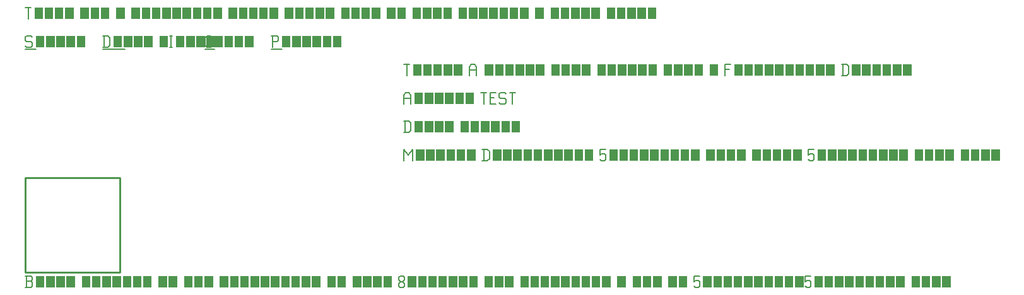
<source format=gbr>
G04 start of page 4 for group -1 layer_idx 268435461 *
G04 Title: A single zero length line, <virtual group> *
G04 Creator: <version>
G04 CreationDate: <date>
G04 For: TEST *
G04 Format: Gerber/RS-274X *
G04 PCB-Dimensions: 50000 50000 *
G04 PCB-Coordinate-Origin: lower left *
%MOIN*%
%FSLAX25Y25*%
%LNLOGICAL_VIRTUAL_FAB_NONE*%
%ADD15C,0.0100*%
%ADD14C,0.0001*%
%ADD13C,0.0060*%
G54D13*X3000Y125000D02*X3750Y124250D01*
X750Y125000D02*X3000D01*
X0Y124250D02*X750Y125000D01*
X0Y124250D02*Y122750D01*
X750Y122000D01*
X3000D01*
X3750Y121250D01*
Y119750D01*
X3000Y119000D02*X3750Y119750D01*
X750Y119000D02*X3000D01*
X0Y119750D02*X750Y119000D01*
G54D14*G36*
X5550Y125000D02*X10050D01*
Y119000D01*
X5550D01*
Y125000D01*
G37*
G36*
X10950D02*X15450D01*
Y119000D01*
X10950D01*
Y125000D01*
G37*
G36*
X16350D02*X20850D01*
Y119000D01*
X16350D01*
Y125000D01*
G37*
G36*
X21750D02*X26250D01*
Y119000D01*
X21750D01*
Y125000D01*
G37*
G36*
X27150D02*X31650D01*
Y119000D01*
X27150D01*
Y125000D01*
G37*
G54D13*X0Y118000D02*X5550D01*
X41750Y125000D02*Y119000D01*
X43700Y125000D02*X44750Y123950D01*
Y120050D01*
X43700Y119000D02*X44750Y120050D01*
X41000Y119000D02*X43700D01*
X41000Y125000D02*X43700D01*
G54D14*G36*
X46550D02*X51050D01*
Y119000D01*
X46550D01*
Y125000D01*
G37*
G36*
X51950D02*X56450D01*
Y119000D01*
X51950D01*
Y125000D01*
G37*
G36*
X57350D02*X61850D01*
Y119000D01*
X57350D01*
Y125000D01*
G37*
G36*
X62750D02*X67250D01*
Y119000D01*
X62750D01*
Y125000D01*
G37*
G36*
X70850D02*X75350D01*
Y119000D01*
X70850D01*
Y125000D01*
G37*
G54D13*X76250D02*X77750D01*
X77000D02*Y119000D01*
X76250D02*X77750D01*
G54D14*G36*
X79550Y125000D02*X84050D01*
Y119000D01*
X79550D01*
Y125000D01*
G37*
G36*
X84950D02*X89450D01*
Y119000D01*
X84950D01*
Y125000D01*
G37*
G36*
X90350D02*X94850D01*
Y119000D01*
X90350D01*
Y125000D01*
G37*
G36*
X95750D02*X100250D01*
Y119000D01*
X95750D01*
Y125000D01*
G37*
G54D13*X41000Y118000D02*X52550D01*
X96050Y119000D02*X98000D01*
X95000Y120050D02*X96050Y119000D01*
X95000Y123950D02*Y120050D01*
Y123950D02*X96050Y125000D01*
X98000D01*
G54D14*G36*
X99800D02*X104300D01*
Y119000D01*
X99800D01*
Y125000D01*
G37*
G36*
X105200D02*X109700D01*
Y119000D01*
X105200D01*
Y125000D01*
G37*
G36*
X110600D02*X115100D01*
Y119000D01*
X110600D01*
Y125000D01*
G37*
G36*
X116000D02*X120500D01*
Y119000D01*
X116000D01*
Y125000D01*
G37*
G54D13*X95000Y118000D02*X99800D01*
X130750Y125000D02*Y119000D01*
X130000Y125000D02*X133000D01*
X133750Y124250D01*
Y122750D01*
X133000Y122000D02*X133750Y122750D01*
X130750Y122000D02*X133000D01*
G54D14*G36*
X135550Y125000D02*X140050D01*
Y119000D01*
X135550D01*
Y125000D01*
G37*
G36*
X140950D02*X145450D01*
Y119000D01*
X140950D01*
Y125000D01*
G37*
G36*
X146350D02*X150850D01*
Y119000D01*
X146350D01*
Y125000D01*
G37*
G36*
X151750D02*X156250D01*
Y119000D01*
X151750D01*
Y125000D01*
G37*
G36*
X157150D02*X161650D01*
Y119000D01*
X157150D01*
Y125000D01*
G37*
G36*
X162550D02*X167050D01*
Y119000D01*
X162550D01*
Y125000D01*
G37*
G54D13*X130000Y118000D02*X135550D01*
X0Y140000D02*X3000D01*
X1500D02*Y134000D01*
G54D14*G36*
X4800Y140000D02*X9300D01*
Y134000D01*
X4800D01*
Y140000D01*
G37*
G36*
X10200D02*X14700D01*
Y134000D01*
X10200D01*
Y140000D01*
G37*
G36*
X15600D02*X20100D01*
Y134000D01*
X15600D01*
Y140000D01*
G37*
G36*
X21000D02*X25500D01*
Y134000D01*
X21000D01*
Y140000D01*
G37*
G36*
X29100D02*X33600D01*
Y134000D01*
X29100D01*
Y140000D01*
G37*
G36*
X34500D02*X39000D01*
Y134000D01*
X34500D01*
Y140000D01*
G37*
G36*
X39900D02*X44400D01*
Y134000D01*
X39900D01*
Y140000D01*
G37*
G36*
X48000D02*X52500D01*
Y134000D01*
X48000D01*
Y140000D01*
G37*
G36*
X56100D02*X60600D01*
Y134000D01*
X56100D01*
Y140000D01*
G37*
G36*
X61500D02*X66000D01*
Y134000D01*
X61500D01*
Y140000D01*
G37*
G36*
X66900D02*X71400D01*
Y134000D01*
X66900D01*
Y140000D01*
G37*
G36*
X72300D02*X76800D01*
Y134000D01*
X72300D01*
Y140000D01*
G37*
G36*
X77700D02*X82200D01*
Y134000D01*
X77700D01*
Y140000D01*
G37*
G36*
X83100D02*X87600D01*
Y134000D01*
X83100D01*
Y140000D01*
G37*
G36*
X88500D02*X93000D01*
Y134000D01*
X88500D01*
Y140000D01*
G37*
G36*
X93900D02*X98400D01*
Y134000D01*
X93900D01*
Y140000D01*
G37*
G36*
X99300D02*X103800D01*
Y134000D01*
X99300D01*
Y140000D01*
G37*
G36*
X107400D02*X111900D01*
Y134000D01*
X107400D01*
Y140000D01*
G37*
G36*
X112800D02*X117300D01*
Y134000D01*
X112800D01*
Y140000D01*
G37*
G36*
X118200D02*X122700D01*
Y134000D01*
X118200D01*
Y140000D01*
G37*
G36*
X123600D02*X128100D01*
Y134000D01*
X123600D01*
Y140000D01*
G37*
G36*
X129000D02*X133500D01*
Y134000D01*
X129000D01*
Y140000D01*
G37*
G36*
X137100D02*X141600D01*
Y134000D01*
X137100D01*
Y140000D01*
G37*
G36*
X142500D02*X147000D01*
Y134000D01*
X142500D01*
Y140000D01*
G37*
G36*
X147900D02*X152400D01*
Y134000D01*
X147900D01*
Y140000D01*
G37*
G36*
X153300D02*X157800D01*
Y134000D01*
X153300D01*
Y140000D01*
G37*
G36*
X158700D02*X163200D01*
Y134000D01*
X158700D01*
Y140000D01*
G37*
G36*
X166800D02*X171300D01*
Y134000D01*
X166800D01*
Y140000D01*
G37*
G36*
X172200D02*X176700D01*
Y134000D01*
X172200D01*
Y140000D01*
G37*
G36*
X177600D02*X182100D01*
Y134000D01*
X177600D01*
Y140000D01*
G37*
G36*
X183000D02*X187500D01*
Y134000D01*
X183000D01*
Y140000D01*
G37*
G36*
X191100D02*X195600D01*
Y134000D01*
X191100D01*
Y140000D01*
G37*
G36*
X196500D02*X201000D01*
Y134000D01*
X196500D01*
Y140000D01*
G37*
G36*
X204600D02*X209100D01*
Y134000D01*
X204600D01*
Y140000D01*
G37*
G36*
X210000D02*X214500D01*
Y134000D01*
X210000D01*
Y140000D01*
G37*
G36*
X215400D02*X219900D01*
Y134000D01*
X215400D01*
Y140000D01*
G37*
G36*
X220800D02*X225300D01*
Y134000D01*
X220800D01*
Y140000D01*
G37*
G36*
X228900D02*X233400D01*
Y134000D01*
X228900D01*
Y140000D01*
G37*
G36*
X234300D02*X238800D01*
Y134000D01*
X234300D01*
Y140000D01*
G37*
G36*
X239700D02*X244200D01*
Y134000D01*
X239700D01*
Y140000D01*
G37*
G36*
X245100D02*X249600D01*
Y134000D01*
X245100D01*
Y140000D01*
G37*
G36*
X250500D02*X255000D01*
Y134000D01*
X250500D01*
Y140000D01*
G37*
G36*
X255900D02*X260400D01*
Y134000D01*
X255900D01*
Y140000D01*
G37*
G36*
X261300D02*X265800D01*
Y134000D01*
X261300D01*
Y140000D01*
G37*
G36*
X269400D02*X273900D01*
Y134000D01*
X269400D01*
Y140000D01*
G37*
G36*
X277500D02*X282000D01*
Y134000D01*
X277500D01*
Y140000D01*
G37*
G36*
X282900D02*X287400D01*
Y134000D01*
X282900D01*
Y140000D01*
G37*
G36*
X288300D02*X292800D01*
Y134000D01*
X288300D01*
Y140000D01*
G37*
G36*
X293700D02*X298200D01*
Y134000D01*
X293700D01*
Y140000D01*
G37*
G36*
X299100D02*X303600D01*
Y134000D01*
X299100D01*
Y140000D01*
G37*
G36*
X307200D02*X311700D01*
Y134000D01*
X307200D01*
Y140000D01*
G37*
G36*
X312600D02*X317100D01*
Y134000D01*
X312600D01*
Y140000D01*
G37*
G36*
X318000D02*X322500D01*
Y134000D01*
X318000D01*
Y140000D01*
G37*
G36*
X323400D02*X327900D01*
Y134000D01*
X323400D01*
Y140000D01*
G37*
G36*
X328800D02*X333300D01*
Y134000D01*
X328800D01*
Y140000D01*
G37*
G54D15*X0Y50000D02*X50000D01*
X0D02*Y0D01*
X50000Y50000D02*Y0D01*
X0D02*X50000D01*
G54D13*X200000Y65000D02*Y59000D01*
Y65000D02*X202250Y62000D01*
X204500Y65000D01*
Y59000D01*
G54D14*G36*
X206300Y65000D02*X210800D01*
Y59000D01*
X206300D01*
Y65000D01*
G37*
G36*
X211700D02*X216200D01*
Y59000D01*
X211700D01*
Y65000D01*
G37*
G36*
X217100D02*X221600D01*
Y59000D01*
X217100D01*
Y65000D01*
G37*
G36*
X222500D02*X227000D01*
Y59000D01*
X222500D01*
Y65000D01*
G37*
G36*
X227900D02*X232400D01*
Y59000D01*
X227900D01*
Y65000D01*
G37*
G36*
X233300D02*X237800D01*
Y59000D01*
X233300D01*
Y65000D01*
G37*
G54D13*X242150D02*Y59000D01*
X244100Y65000D02*X245150Y63950D01*
Y60050D01*
X244100Y59000D02*X245150Y60050D01*
X241400Y59000D02*X244100D01*
X241400Y65000D02*X244100D01*
G54D14*G36*
X246950D02*X251450D01*
Y59000D01*
X246950D01*
Y65000D01*
G37*
G36*
X252350D02*X256850D01*
Y59000D01*
X252350D01*
Y65000D01*
G37*
G36*
X257750D02*X262250D01*
Y59000D01*
X257750D01*
Y65000D01*
G37*
G36*
X263150D02*X267650D01*
Y59000D01*
X263150D01*
Y65000D01*
G37*
G36*
X268550D02*X273050D01*
Y59000D01*
X268550D01*
Y65000D01*
G37*
G36*
X273950D02*X278450D01*
Y59000D01*
X273950D01*
Y65000D01*
G37*
G36*
X279350D02*X283850D01*
Y59000D01*
X279350D01*
Y65000D01*
G37*
G36*
X284750D02*X289250D01*
Y59000D01*
X284750D01*
Y65000D01*
G37*
G36*
X290150D02*X294650D01*
Y59000D01*
X290150D01*
Y65000D01*
G37*
G36*
X295550D02*X300050D01*
Y59000D01*
X295550D01*
Y65000D01*
G37*
G54D13*X303650D02*X306650D01*
X303650D02*Y62000D01*
X304400Y62750D01*
X305900D01*
X306650Y62000D01*
Y59750D01*
X305900Y59000D02*X306650Y59750D01*
X304400Y59000D02*X305900D01*
X303650Y59750D02*X304400Y59000D01*
G54D14*G36*
X308450Y65000D02*X312950D01*
Y59000D01*
X308450D01*
Y65000D01*
G37*
G36*
X313850D02*X318350D01*
Y59000D01*
X313850D01*
Y65000D01*
G37*
G36*
X319250D02*X323750D01*
Y59000D01*
X319250D01*
Y65000D01*
G37*
G36*
X324650D02*X329150D01*
Y59000D01*
X324650D01*
Y65000D01*
G37*
G36*
X330050D02*X334550D01*
Y59000D01*
X330050D01*
Y65000D01*
G37*
G36*
X335450D02*X339950D01*
Y59000D01*
X335450D01*
Y65000D01*
G37*
G36*
X340850D02*X345350D01*
Y59000D01*
X340850D01*
Y65000D01*
G37*
G36*
X346250D02*X350750D01*
Y59000D01*
X346250D01*
Y65000D01*
G37*
G36*
X351650D02*X356150D01*
Y59000D01*
X351650D01*
Y65000D01*
G37*
G36*
X359750D02*X364250D01*
Y59000D01*
X359750D01*
Y65000D01*
G37*
G36*
X365150D02*X369650D01*
Y59000D01*
X365150D01*
Y65000D01*
G37*
G36*
X370550D02*X375050D01*
Y59000D01*
X370550D01*
Y65000D01*
G37*
G36*
X375950D02*X380450D01*
Y59000D01*
X375950D01*
Y65000D01*
G37*
G36*
X384050D02*X388550D01*
Y59000D01*
X384050D01*
Y65000D01*
G37*
G36*
X389450D02*X393950D01*
Y59000D01*
X389450D01*
Y65000D01*
G37*
G36*
X394850D02*X399350D01*
Y59000D01*
X394850D01*
Y65000D01*
G37*
G36*
X400250D02*X404750D01*
Y59000D01*
X400250D01*
Y65000D01*
G37*
G36*
X405650D02*X410150D01*
Y59000D01*
X405650D01*
Y65000D01*
G37*
G54D13*X413750D02*X416750D01*
X413750D02*Y62000D01*
X414500Y62750D01*
X416000D01*
X416750Y62000D01*
Y59750D01*
X416000Y59000D02*X416750Y59750D01*
X414500Y59000D02*X416000D01*
X413750Y59750D02*X414500Y59000D01*
G54D14*G36*
X418550Y65000D02*X423050D01*
Y59000D01*
X418550D01*
Y65000D01*
G37*
G36*
X423950D02*X428450D01*
Y59000D01*
X423950D01*
Y65000D01*
G37*
G36*
X429350D02*X433850D01*
Y59000D01*
X429350D01*
Y65000D01*
G37*
G36*
X434750D02*X439250D01*
Y59000D01*
X434750D01*
Y65000D01*
G37*
G36*
X440150D02*X444650D01*
Y59000D01*
X440150D01*
Y65000D01*
G37*
G36*
X445550D02*X450050D01*
Y59000D01*
X445550D01*
Y65000D01*
G37*
G36*
X450950D02*X455450D01*
Y59000D01*
X450950D01*
Y65000D01*
G37*
G36*
X456350D02*X460850D01*
Y59000D01*
X456350D01*
Y65000D01*
G37*
G36*
X461750D02*X466250D01*
Y59000D01*
X461750D01*
Y65000D01*
G37*
G36*
X469850D02*X474350D01*
Y59000D01*
X469850D01*
Y65000D01*
G37*
G36*
X475250D02*X479750D01*
Y59000D01*
X475250D01*
Y65000D01*
G37*
G36*
X480650D02*X485150D01*
Y59000D01*
X480650D01*
Y65000D01*
G37*
G36*
X486050D02*X490550D01*
Y59000D01*
X486050D01*
Y65000D01*
G37*
G36*
X494150D02*X498650D01*
Y59000D01*
X494150D01*
Y65000D01*
G37*
G36*
X499550D02*X504050D01*
Y59000D01*
X499550D01*
Y65000D01*
G37*
G36*
X504950D02*X509450D01*
Y59000D01*
X504950D01*
Y65000D01*
G37*
G36*
X510350D02*X514850D01*
Y59000D01*
X510350D01*
Y65000D01*
G37*
G54D13*X0Y-8000D02*X3000D01*
X3750Y-7250D01*
Y-5450D02*Y-7250D01*
X3000Y-4700D02*X3750Y-5450D01*
X750Y-4700D02*X3000D01*
X750Y-2000D02*Y-8000D01*
X0Y-2000D02*X3000D01*
X3750Y-2750D01*
Y-3950D01*
X3000Y-4700D02*X3750Y-3950D01*
G54D14*G36*
X5550Y-2000D02*X10050D01*
Y-8000D01*
X5550D01*
Y-2000D01*
G37*
G36*
X10950D02*X15450D01*
Y-8000D01*
X10950D01*
Y-2000D01*
G37*
G36*
X16350D02*X20850D01*
Y-8000D01*
X16350D01*
Y-2000D01*
G37*
G36*
X21750D02*X26250D01*
Y-8000D01*
X21750D01*
Y-2000D01*
G37*
G36*
X29850D02*X34350D01*
Y-8000D01*
X29850D01*
Y-2000D01*
G37*
G36*
X35250D02*X39750D01*
Y-8000D01*
X35250D01*
Y-2000D01*
G37*
G36*
X40650D02*X45150D01*
Y-8000D01*
X40650D01*
Y-2000D01*
G37*
G36*
X46050D02*X50550D01*
Y-8000D01*
X46050D01*
Y-2000D01*
G37*
G36*
X51450D02*X55950D01*
Y-8000D01*
X51450D01*
Y-2000D01*
G37*
G36*
X56850D02*X61350D01*
Y-8000D01*
X56850D01*
Y-2000D01*
G37*
G36*
X62250D02*X66750D01*
Y-8000D01*
X62250D01*
Y-2000D01*
G37*
G36*
X70350D02*X74850D01*
Y-8000D01*
X70350D01*
Y-2000D01*
G37*
G36*
X75750D02*X80250D01*
Y-8000D01*
X75750D01*
Y-2000D01*
G37*
G36*
X83850D02*X88350D01*
Y-8000D01*
X83850D01*
Y-2000D01*
G37*
G36*
X89250D02*X93750D01*
Y-8000D01*
X89250D01*
Y-2000D01*
G37*
G36*
X94650D02*X99150D01*
Y-8000D01*
X94650D01*
Y-2000D01*
G37*
G36*
X102750D02*X107250D01*
Y-8000D01*
X102750D01*
Y-2000D01*
G37*
G36*
X108150D02*X112650D01*
Y-8000D01*
X108150D01*
Y-2000D01*
G37*
G36*
X113550D02*X118050D01*
Y-8000D01*
X113550D01*
Y-2000D01*
G37*
G36*
X118950D02*X123450D01*
Y-8000D01*
X118950D01*
Y-2000D01*
G37*
G36*
X124350D02*X128850D01*
Y-8000D01*
X124350D01*
Y-2000D01*
G37*
G36*
X129750D02*X134250D01*
Y-8000D01*
X129750D01*
Y-2000D01*
G37*
G36*
X135150D02*X139650D01*
Y-8000D01*
X135150D01*
Y-2000D01*
G37*
G36*
X140550D02*X145050D01*
Y-8000D01*
X140550D01*
Y-2000D01*
G37*
G36*
X145950D02*X150450D01*
Y-8000D01*
X145950D01*
Y-2000D01*
G37*
G36*
X151350D02*X155850D01*
Y-8000D01*
X151350D01*
Y-2000D01*
G37*
G36*
X159450D02*X163950D01*
Y-8000D01*
X159450D01*
Y-2000D01*
G37*
G36*
X164850D02*X169350D01*
Y-8000D01*
X164850D01*
Y-2000D01*
G37*
G36*
X172950D02*X177450D01*
Y-8000D01*
X172950D01*
Y-2000D01*
G37*
G36*
X178350D02*X182850D01*
Y-8000D01*
X178350D01*
Y-2000D01*
G37*
G36*
X183750D02*X188250D01*
Y-8000D01*
X183750D01*
Y-2000D01*
G37*
G36*
X189150D02*X193650D01*
Y-8000D01*
X189150D01*
Y-2000D01*
G37*
G54D13*X197250Y-7250D02*X198000Y-8000D01*
X197250Y-6050D02*Y-7250D01*
Y-6050D02*X198300Y-5000D01*
X199200D01*
X200250Y-6050D01*
Y-7250D01*
X199500Y-8000D02*X200250Y-7250D01*
X198000Y-8000D02*X199500D01*
X197250Y-3950D02*X198300Y-5000D01*
X197250Y-2750D02*Y-3950D01*
Y-2750D02*X198000Y-2000D01*
X199500D01*
X200250Y-2750D01*
Y-3950D01*
X199200Y-5000D02*X200250Y-3950D01*
G54D14*G36*
X202050Y-2000D02*X206550D01*
Y-8000D01*
X202050D01*
Y-2000D01*
G37*
G36*
X207450D02*X211950D01*
Y-8000D01*
X207450D01*
Y-2000D01*
G37*
G36*
X212850D02*X217350D01*
Y-8000D01*
X212850D01*
Y-2000D01*
G37*
G36*
X218250D02*X222750D01*
Y-8000D01*
X218250D01*
Y-2000D01*
G37*
G36*
X223650D02*X228150D01*
Y-8000D01*
X223650D01*
Y-2000D01*
G37*
G36*
X229050D02*X233550D01*
Y-8000D01*
X229050D01*
Y-2000D01*
G37*
G36*
X234450D02*X238950D01*
Y-8000D01*
X234450D01*
Y-2000D01*
G37*
G36*
X242550D02*X247050D01*
Y-8000D01*
X242550D01*
Y-2000D01*
G37*
G36*
X247950D02*X252450D01*
Y-8000D01*
X247950D01*
Y-2000D01*
G37*
G36*
X253350D02*X257850D01*
Y-8000D01*
X253350D01*
Y-2000D01*
G37*
G36*
X261450D02*X265950D01*
Y-8000D01*
X261450D01*
Y-2000D01*
G37*
G36*
X266850D02*X271350D01*
Y-8000D01*
X266850D01*
Y-2000D01*
G37*
G36*
X272250D02*X276750D01*
Y-8000D01*
X272250D01*
Y-2000D01*
G37*
G36*
X277650D02*X282150D01*
Y-8000D01*
X277650D01*
Y-2000D01*
G37*
G36*
X283050D02*X287550D01*
Y-8000D01*
X283050D01*
Y-2000D01*
G37*
G36*
X288450D02*X292950D01*
Y-8000D01*
X288450D01*
Y-2000D01*
G37*
G36*
X293850D02*X298350D01*
Y-8000D01*
X293850D01*
Y-2000D01*
G37*
G36*
X299250D02*X303750D01*
Y-8000D01*
X299250D01*
Y-2000D01*
G37*
G36*
X304650D02*X309150D01*
Y-8000D01*
X304650D01*
Y-2000D01*
G37*
G36*
X312750D02*X317250D01*
Y-8000D01*
X312750D01*
Y-2000D01*
G37*
G36*
X320850D02*X325350D01*
Y-8000D01*
X320850D01*
Y-2000D01*
G37*
G36*
X326250D02*X330750D01*
Y-8000D01*
X326250D01*
Y-2000D01*
G37*
G36*
X331650D02*X336150D01*
Y-8000D01*
X331650D01*
Y-2000D01*
G37*
G36*
X339750D02*X344250D01*
Y-8000D01*
X339750D01*
Y-2000D01*
G37*
G36*
X345150D02*X349650D01*
Y-8000D01*
X345150D01*
Y-2000D01*
G37*
G54D13*X353250D02*X356250D01*
X353250D02*Y-5000D01*
X354000Y-4250D01*
X355500D01*
X356250Y-5000D01*
Y-7250D01*
X355500Y-8000D02*X356250Y-7250D01*
X354000Y-8000D02*X355500D01*
X353250Y-7250D02*X354000Y-8000D01*
G54D14*G36*
X358050Y-2000D02*X362550D01*
Y-8000D01*
X358050D01*
Y-2000D01*
G37*
G36*
X363450D02*X367950D01*
Y-8000D01*
X363450D01*
Y-2000D01*
G37*
G36*
X368850D02*X373350D01*
Y-8000D01*
X368850D01*
Y-2000D01*
G37*
G36*
X374250D02*X378750D01*
Y-8000D01*
X374250D01*
Y-2000D01*
G37*
G36*
X379650D02*X384150D01*
Y-8000D01*
X379650D01*
Y-2000D01*
G37*
G36*
X385050D02*X389550D01*
Y-8000D01*
X385050D01*
Y-2000D01*
G37*
G36*
X390450D02*X394950D01*
Y-8000D01*
X390450D01*
Y-2000D01*
G37*
G36*
X395850D02*X400350D01*
Y-8000D01*
X395850D01*
Y-2000D01*
G37*
G36*
X401250D02*X405750D01*
Y-8000D01*
X401250D01*
Y-2000D01*
G37*
G36*
X406650D02*X411150D01*
Y-8000D01*
X406650D01*
Y-2000D01*
G37*
G54D13*X412050D02*X415050D01*
X412050D02*Y-5000D01*
X412800Y-4250D01*
X414300D01*
X415050Y-5000D01*
Y-7250D01*
X414300Y-8000D02*X415050Y-7250D01*
X412800Y-8000D02*X414300D01*
X412050Y-7250D02*X412800Y-8000D01*
G54D14*G36*
X416850Y-2000D02*X421350D01*
Y-8000D01*
X416850D01*
Y-2000D01*
G37*
G36*
X422250D02*X426750D01*
Y-8000D01*
X422250D01*
Y-2000D01*
G37*
G36*
X427650D02*X432150D01*
Y-8000D01*
X427650D01*
Y-2000D01*
G37*
G36*
X433050D02*X437550D01*
Y-8000D01*
X433050D01*
Y-2000D01*
G37*
G36*
X438450D02*X442950D01*
Y-8000D01*
X438450D01*
Y-2000D01*
G37*
G36*
X443850D02*X448350D01*
Y-8000D01*
X443850D01*
Y-2000D01*
G37*
G36*
X449250D02*X453750D01*
Y-8000D01*
X449250D01*
Y-2000D01*
G37*
G36*
X454650D02*X459150D01*
Y-8000D01*
X454650D01*
Y-2000D01*
G37*
G36*
X460050D02*X464550D01*
Y-8000D01*
X460050D01*
Y-2000D01*
G37*
G36*
X468150D02*X472650D01*
Y-8000D01*
X468150D01*
Y-2000D01*
G37*
G36*
X473550D02*X478050D01*
Y-8000D01*
X473550D01*
Y-2000D01*
G37*
G36*
X478950D02*X483450D01*
Y-8000D01*
X478950D01*
Y-2000D01*
G37*
G36*
X484350D02*X488850D01*
Y-8000D01*
X484350D01*
Y-2000D01*
G37*
G54D13*X200750Y80000D02*Y74000D01*
X202700Y80000D02*X203750Y78950D01*
Y75050D01*
X202700Y74000D02*X203750Y75050D01*
X200000Y74000D02*X202700D01*
X200000Y80000D02*X202700D01*
G54D14*G36*
X205550D02*X210050D01*
Y74000D01*
X205550D01*
Y80000D01*
G37*
G36*
X210950D02*X215450D01*
Y74000D01*
X210950D01*
Y80000D01*
G37*
G36*
X216350D02*X220850D01*
Y74000D01*
X216350D01*
Y80000D01*
G37*
G36*
X221750D02*X226250D01*
Y74000D01*
X221750D01*
Y80000D01*
G37*
G36*
X229850D02*X234350D01*
Y74000D01*
X229850D01*
Y80000D01*
G37*
G36*
X235250D02*X239750D01*
Y74000D01*
X235250D01*
Y80000D01*
G37*
G36*
X240650D02*X245150D01*
Y74000D01*
X240650D01*
Y80000D01*
G37*
G36*
X246050D02*X250550D01*
Y74000D01*
X246050D01*
Y80000D01*
G37*
G36*
X251450D02*X255950D01*
Y74000D01*
X251450D01*
Y80000D01*
G37*
G36*
X256850D02*X261350D01*
Y74000D01*
X256850D01*
Y80000D01*
G37*
G54D13*X200000Y93500D02*Y89000D01*
Y93500D02*X201050Y95000D01*
X202700D01*
X203750Y93500D01*
Y89000D01*
X200000Y92000D02*X203750D01*
G54D14*G36*
X205550Y95000D02*X210050D01*
Y89000D01*
X205550D01*
Y95000D01*
G37*
G36*
X210950D02*X215450D01*
Y89000D01*
X210950D01*
Y95000D01*
G37*
G36*
X216350D02*X220850D01*
Y89000D01*
X216350D01*
Y95000D01*
G37*
G36*
X221750D02*X226250D01*
Y89000D01*
X221750D01*
Y95000D01*
G37*
G36*
X227150D02*X231650D01*
Y89000D01*
X227150D01*
Y95000D01*
G37*
G36*
X232550D02*X237050D01*
Y89000D01*
X232550D01*
Y95000D01*
G37*
G54D13*X240650D02*X243650D01*
X242150D02*Y89000D01*
X245450Y92300D02*X247700D01*
X245450Y89000D02*X248450D01*
X245450Y95000D02*Y89000D01*
Y95000D02*X248450D01*
X253250D02*X254000Y94250D01*
X251000Y95000D02*X253250D01*
X250250Y94250D02*X251000Y95000D01*
X250250Y94250D02*Y92750D01*
X251000Y92000D01*
X253250D01*
X254000Y91250D01*
Y89750D01*
X253250Y89000D02*X254000Y89750D01*
X251000Y89000D02*X253250D01*
X250250Y89750D02*X251000Y89000D01*
X255800Y95000D02*X258800D01*
X257300D02*Y89000D01*
X200000Y110000D02*X203000D01*
X201500D02*Y104000D01*
G54D14*G36*
X204800Y110000D02*X209300D01*
Y104000D01*
X204800D01*
Y110000D01*
G37*
G36*
X210200D02*X214700D01*
Y104000D01*
X210200D01*
Y110000D01*
G37*
G36*
X215600D02*X220100D01*
Y104000D01*
X215600D01*
Y110000D01*
G37*
G36*
X221000D02*X225500D01*
Y104000D01*
X221000D01*
Y110000D01*
G37*
G36*
X226400D02*X230900D01*
Y104000D01*
X226400D01*
Y110000D01*
G37*
G54D13*X234500Y108500D02*Y104000D01*
Y108500D02*X235550Y110000D01*
X237200D01*
X238250Y108500D01*
Y104000D01*
X234500Y107000D02*X238250D01*
G54D14*G36*
X242750Y110000D02*X247250D01*
Y104000D01*
X242750D01*
Y110000D01*
G37*
G36*
X248150D02*X252650D01*
Y104000D01*
X248150D01*
Y110000D01*
G37*
G36*
X253550D02*X258050D01*
Y104000D01*
X253550D01*
Y110000D01*
G37*
G36*
X258950D02*X263450D01*
Y104000D01*
X258950D01*
Y110000D01*
G37*
G36*
X264350D02*X268850D01*
Y104000D01*
X264350D01*
Y110000D01*
G37*
G36*
X269750D02*X274250D01*
Y104000D01*
X269750D01*
Y110000D01*
G37*
G36*
X277850D02*X282350D01*
Y104000D01*
X277850D01*
Y110000D01*
G37*
G36*
X283250D02*X287750D01*
Y104000D01*
X283250D01*
Y110000D01*
G37*
G36*
X288650D02*X293150D01*
Y104000D01*
X288650D01*
Y110000D01*
G37*
G36*
X294050D02*X298550D01*
Y104000D01*
X294050D01*
Y110000D01*
G37*
G36*
X302150D02*X306650D01*
Y104000D01*
X302150D01*
Y110000D01*
G37*
G36*
X307550D02*X312050D01*
Y104000D01*
X307550D01*
Y110000D01*
G37*
G36*
X312950D02*X317450D01*
Y104000D01*
X312950D01*
Y110000D01*
G37*
G36*
X318350D02*X322850D01*
Y104000D01*
X318350D01*
Y110000D01*
G37*
G36*
X323750D02*X328250D01*
Y104000D01*
X323750D01*
Y110000D01*
G37*
G36*
X329150D02*X333650D01*
Y104000D01*
X329150D01*
Y110000D01*
G37*
G36*
X337250D02*X341750D01*
Y104000D01*
X337250D01*
Y110000D01*
G37*
G36*
X342650D02*X347150D01*
Y104000D01*
X342650D01*
Y110000D01*
G37*
G36*
X348050D02*X352550D01*
Y104000D01*
X348050D01*
Y110000D01*
G37*
G36*
X353450D02*X357950D01*
Y104000D01*
X353450D01*
Y110000D01*
G37*
G36*
X361550D02*X366050D01*
Y104000D01*
X361550D01*
Y110000D01*
G37*
G54D13*X369650D02*Y104000D01*
Y110000D02*X372650D01*
X369650Y107300D02*X371900D01*
G54D14*G36*
X374450Y110000D02*X378950D01*
Y104000D01*
X374450D01*
Y110000D01*
G37*
G36*
X379850D02*X384350D01*
Y104000D01*
X379850D01*
Y110000D01*
G37*
G36*
X385250D02*X389750D01*
Y104000D01*
X385250D01*
Y110000D01*
G37*
G36*
X390650D02*X395150D01*
Y104000D01*
X390650D01*
Y110000D01*
G37*
G36*
X396050D02*X400550D01*
Y104000D01*
X396050D01*
Y110000D01*
G37*
G36*
X401450D02*X405950D01*
Y104000D01*
X401450D01*
Y110000D01*
G37*
G36*
X406850D02*X411350D01*
Y104000D01*
X406850D01*
Y110000D01*
G37*
G36*
X412250D02*X416750D01*
Y104000D01*
X412250D01*
Y110000D01*
G37*
G36*
X417650D02*X422150D01*
Y104000D01*
X417650D01*
Y110000D01*
G37*
G36*
X423050D02*X427550D01*
Y104000D01*
X423050D01*
Y110000D01*
G37*
G54D13*X431900D02*Y104000D01*
X433850Y110000D02*X434900Y108950D01*
Y105050D01*
X433850Y104000D02*X434900Y105050D01*
X431150Y104000D02*X433850D01*
X431150Y110000D02*X433850D01*
G54D14*G36*
X436700D02*X441200D01*
Y104000D01*
X436700D01*
Y110000D01*
G37*
G36*
X442100D02*X446600D01*
Y104000D01*
X442100D01*
Y110000D01*
G37*
G36*
X447500D02*X452000D01*
Y104000D01*
X447500D01*
Y110000D01*
G37*
G36*
X452900D02*X457400D01*
Y104000D01*
X452900D01*
Y110000D01*
G37*
G36*
X458300D02*X462800D01*
Y104000D01*
X458300D01*
Y110000D01*
G37*
G36*
X463700D02*X468200D01*
Y104000D01*
X463700D01*
Y110000D01*
G37*
M02*

</source>
